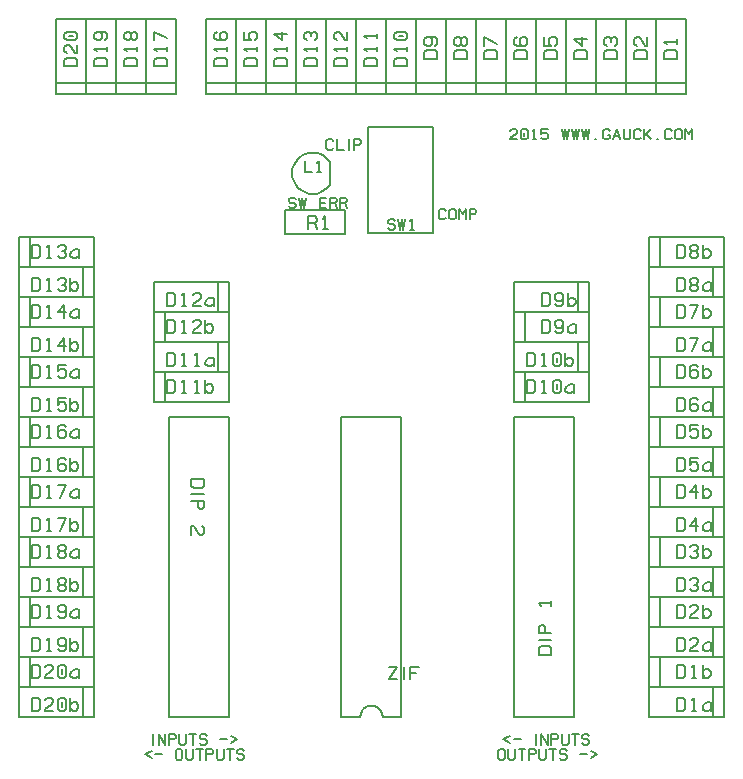
<source format=gto>
%FSTAX24Y24*%
%MOIN*%
%IN ucard20.gto *%
%ADD10C,0.0050*%
%ADD11C,0.0057*%
%ADD12C,0.0071*%
%ADD13C,0.0080*%
D13*X002753Y01663D02*G01X003753D01*Y01763D01*X001253D01*Y01663D01*
X002753D01*X001628Y01763D02*Y01663D01*X023253Y01263D02*X022253D01*
Y01163D01*X024753D01*Y01263D01*X023253D01*X024378Y01163D02*Y01263D01*
D11*X011733Y020823D02*X011676Y02088D01*X011561D01*X011504Y020823D01*
Y020594D01*X011561Y020537D01*X011676D01*X011733Y020594D01*
X011847Y02088D02*Y020537D01*X012076D01*X012247D02*Y02088D01*
X012418Y020537D02*Y02088D01*X01259D01*X012647Y020823D01*Y020766D01*
X01259Y020709D01*X012418D01*D13*X022503Y02388D02*Y02488D01*X021503D01*
Y02238D01*X022503D01*Y02388D01*X021503Y022755D02*X022503D01*
X006753Y014129D02*X005753D01*Y013129D01*X008253D01*Y014129D01*
X006753D01*X007878Y013129D02*Y014129D01*X006503Y02388D02*Y02488D01*
X005503D01*Y02238D01*X006503D01*Y02388D01*X005503Y022755D02*X006503D01*
D11*X017639Y021166D02*X017696Y021223D01*X01781D01*X017867Y021166D01*
Y021109D01*X01781Y021052D01*X017639Y020937D01*Y02088D01*X017867D01*
X01821Y021166D02*X018153Y021223D01*X018039D01*X017982Y021166D01*
Y020937D01*X018039Y02088D01*X018153D01*X01821Y020937D01*Y021166D01*
X018096Y021109D02*Y020994D01*X018382Y021166D02*X018439Y021223D01*
Y02088D01*X018496D01*X018439D02*X018382D01*X018896Y021223D02*
X018667D01*Y021052D01*X018724Y021109D01*X018839D01*X018896Y021052D01*
Y020937D01*X018839Y02088D01*X018724D01*X018667Y020937D01*
X019353Y021223D02*X01941Y02088D01*X019467Y021223D01*X019524Y02088D01*
X019582Y021223D01*X019696D02*X019753Y02088D01*X01981Y021223D01*
X019867Y02088D01*X019924Y021223D01*X020039D02*X020096Y02088D01*
X020153Y021223D01*X02021Y02088D01*X020267Y021223D01*X020467Y02088D02*
X020496D01*Y020909D01*X020467D01*Y02088D01*X020953Y021166D02*
X020896Y021223D01*X020782D01*X020724Y021166D01*Y020937D01*
X020782Y02088D01*X020896D01*X020953Y020937D01*Y021023D01*X020896D01*
X021067Y02088D02*X021182Y021223D01*X021253Y021009D01*X021296Y02088D01*
X021253Y021009D02*X02111D01*X02141Y021223D02*Y020937D01*
X021467Y02088D01*X021582D01*X021639Y020937D01*Y021223D01*
X021982Y021166D02*X021924Y021223D01*X02181D01*X021753Y021166D01*
Y020937D01*X02181Y02088D01*X021924D01*X021982Y020937D01*
X022096Y021223D02*Y020994D01*Y02088D01*Y020994D02*X022153Y021052D01*
X022324Y02088D01*X022153Y021052D02*X022324Y021223D01*X022524Y02088D02*
X022553D01*Y020909D01*X022524D01*Y02088D01*X02301Y021166D02*
X022953Y021223D01*X022839D01*X022782Y021166D01*Y020937D01*
X022839Y02088D01*X022953D01*X02301Y020937D01*X023353Y021166D02*
X023296Y021223D01*X023182D01*X023124Y021166D01*Y020937D01*
X023182Y02088D01*X023296D01*X023353Y020937D01*Y021166D01*
X023467Y02088D02*Y021223D01*X023582Y021052D01*X023696Y021223D01*
Y02088D01*X017632Y000766D02*X017403Y00088D01*X017632Y000994D01*
X017746Y00088D02*X017974D01*X018489Y000709D02*Y001052D01*
X01866Y000709D02*Y001052D01*X018889Y000709D01*Y001052D01*
X019003Y000709D02*Y001052D01*X019174D01*X019232Y000994D01*Y000937D01*
X019174Y00088D01*X019003D01*X019346Y001052D02*Y000766D01*
X019403Y000709D01*X019517D01*X019574Y000766D01*Y001052D01*
X019803Y000709D02*Y001052D01*X019917D01*X019803D02*X019689D01*
X02026Y000994D02*X020203Y001052D01*X020089D01*X020032Y000994D01*
Y000937D01*X020089Y00088D01*X020203D01*X02026Y000823D01*Y000766D01*
X020203Y000709D01*X020089D01*X020032Y000766D01*D13*X023753Y01463D02*
X024753D01*Y01563D01*X022253D01*Y01463D01*X023753D01*X022628Y01563D02*
Y01463D01*X002753Y01463D02*X003753D01*Y01563D01*X001253D01*Y01463D01*
X002753D01*X001628Y01563D02*Y01463D01*D11*X005674Y000266D02*
X005446Y00038D01*X005674Y000494D01*X005789Y00038D02*X006017D01*
X006703Y000494D02*X006646Y000552D01*X006532D01*X006474Y000494D01*
Y000266D01*X006532Y000209D01*X006646D01*X006703Y000266D01*Y000494D01*
X006817Y000552D02*Y000266D01*X006874Y000209D01*X006989D01*
X007046Y000266D01*Y000552D01*X007274Y000209D02*Y000552D01*X007389D01*
X007274D02*X00716D01*X007503Y000209D02*Y000552D01*X007674D01*
X007732Y000494D01*Y000437D01*X007674Y00038D01*X007503D01*
X007846Y000552D02*Y000266D01*X007903Y000209D01*X008017D01*
X008074Y000266D01*Y000552D01*X008303Y000209D02*Y000552D01*X008417D01*
X008303D02*X008189D01*X00876Y000494D02*X008703Y000552D01*X008589D01*
X008532Y000494D01*Y000437D01*X008589Y00038D01*X008703D01*
X00876Y000323D01*Y000266D01*X008703Y000209D01*X008589D01*
X008532Y000266D01*D13*X012503Y02388D02*Y02488D01*X011503D01*Y02238D01*
X012503D01*Y02388D01*X011503Y022755D02*X012503D01*X002253Y01663D02*
X001253D01*Y01563D01*X003753D01*Y01663D01*X002253D01*X003378Y01563D02*
Y01663D01*X002253Y01063D02*X001253D01*Y00963D01*X003753D01*Y01063D01*
X002253D01*X003378Y00963D02*Y01063D01*D11*X017453Y000494D02*
X017396Y000552D01*X017282D01*X017224Y000494D01*Y000266D01*
X017282Y000209D01*X017396D01*X017453Y000266D01*Y000494D01*
X017567Y000552D02*Y000266D01*X017624Y000209D01*X017739D01*
X017796Y000266D01*Y000552D01*X018024Y000209D02*Y000552D01*X018139D01*
X018024D02*X01791D01*X018253Y000209D02*Y000552D01*X018424D01*
X018482Y000494D01*Y000437D01*X018424Y00038D01*X018253D01*
X018596Y000552D02*Y000266D01*X018653Y000209D01*X018767D01*
X018824Y000266D01*Y000552D01*X019053Y000209D02*Y000552D01*X019167D01*
X019053D02*X018939D01*X01951Y000494D02*X019453Y000552D01*X019339D01*
X019282Y000494D01*Y000437D01*X019339Y00038D01*X019453D01*
X01951Y000323D01*Y000266D01*X019453Y000209D01*X019339D01*
X019282Y000266D01*X019967Y00038D02*X020196D01*X02031Y000266D02*
X020539Y00038D01*X02031Y000494D01*X005739Y000709D02*Y001052D01*
X00591Y000709D02*Y001052D01*X006139Y000709D01*Y001052D01*
X006253Y000709D02*Y001052D01*X006424D01*X006482Y000994D01*Y000937D01*
X006424Y00088D01*X006253D01*X006596Y001052D02*Y000766D01*
X006653Y000709D01*X006767D01*X006824Y000766D01*Y001052D01*
X007053Y000709D02*Y001052D01*X007167D01*X007053D02*X006939D01*
X00751Y000994D02*X007453Y001052D01*X007339D01*X007282Y000994D01*
Y000937D01*X007339Y00088D01*X007453D01*X00751Y000823D01*Y000766D01*
X007453Y000709D01*X007339D01*X007282Y000766D01*X007967Y00088D02*
X008196D01*X00831Y000766D02*X008539Y00088D01*X00831Y000994D01*D13*
X023753Y01063D02*X024753D01*Y01163D01*X022253D01*Y01063D01*X023753D01*
X022628Y01163D02*Y01063D01*X023253D02*X022253D01*Y00963D01*X024753D01*
Y01063D01*X023253D01*X024378Y00963D02*Y01063D01*X015503Y02388D02*
Y02488D01*X014503D01*Y02238D01*X015503D01*Y02388D01*X014503Y022755D02*
X015503D01*X019503Y02388D02*Y02488D01*X018503D01*Y02238D01*X019503D01*
Y02388D01*X018503Y022755D02*X019503D01*X002753Y00663D02*X003753D01*
Y00763D01*X001253D01*Y00663D01*X002753D01*X001628Y00763D02*Y00663D01*
D11*X010476Y01888D02*X010418Y018937D01*X010304D01*X010247Y01888D01*
Y018823D01*X010304Y018766D01*X010418D01*X010476Y018709D01*Y018652D01*
X010418Y018594D01*X010304D01*X010247Y018652D01*X01059Y018937D02*
X010647Y018594D01*X010704Y018937D01*X010761Y018594D01*
X010818Y018937D01*X011504D02*X011276D01*Y018766D01*Y018594D01*
X011504D01*X011276Y018766D02*X011447D01*X011618Y018594D02*Y018937D01*
X01179D01*X011847Y01888D01*Y018823D01*X01179Y018766D01*
X011847Y018594D01*X01179Y018766D02*X011618D01*X011961Y018594D02*
Y018937D01*X012133D01*X01219Y01888D01*Y018823D01*X012133Y018766D01*
X01219Y018594D01*X012133Y018766D02*X011961D01*X015476Y018505D02*
X015418Y018562D01*X015304D01*X015247Y018505D01*Y018277D01*
X015304Y018219D01*X015418D01*X015476Y018277D01*X015818Y018505D02*
X015761Y018562D01*X015647D01*X01559Y018505D01*Y018277D01*
X015647Y018219D01*X015761D01*X015818Y018277D01*Y018505D01*
X015933Y018219D02*Y018562D01*X016047Y018391D01*X016161Y018562D01*
Y018219D01*X016276D02*Y018562D01*X016447D01*X016504Y018505D01*
Y018448D01*X016447Y018391D01*X016276D01*D13*X004503Y02388D02*Y02488D01*
X003503D01*Y02238D01*X004503D01*Y02388D01*X003503Y022755D02*X004503D01*
X023753Y00463D02*X024753D01*Y00563D01*X022253D01*Y00463D01*X023753D01*
X022628Y00563D02*Y00463D01*X023253Y01463D02*X022253D01*Y01363D01*
X024753D01*Y01463D01*X023253D01*X024378Y01363D02*Y01463D01*
X010503Y02388D02*Y02488D01*X009503D01*Y02238D01*X010503D01*Y02388D01*
X009503Y022755D02*X010503D01*D10*X017753Y00163D02*Y01163D01*X019753D01*
Y00163D01*X017753D01*X008253Y01163D02*Y00163D01*X006253D01*Y01163D01*
X008253D01*D13*X018503Y02388D02*Y02488D01*X017503D01*Y02238D01*
X018503D01*Y02388D01*X017503Y022755D02*X018503D01*X018753Y016129D02*
X017753D01*Y015129D01*X020253D01*Y016129D01*X018753D01*
X019878Y015129D02*Y016129D01*X002253Y00663D02*X001253D01*Y00563D01*
X003753D01*Y00663D01*X002253D01*X003378Y00563D02*Y00663D01*
X007253Y012129D02*X008253D01*Y013129D01*X005753D01*Y012129D01*
X007253D01*X006128Y013129D02*Y012129D01*X019253Y014129D02*X020253D01*
Y015129D01*X017753D01*Y014129D01*X019253D01*X018128Y015129D02*
Y014129D01*X002253Y00263D02*X001253D01*Y00163D01*X003753D01*Y00263D01*
X002253D01*X003378Y00163D02*Y00263D01*X019253Y012129D02*X020253D01*
Y013129D01*X017753D01*Y012129D01*X019253D01*X018128Y013129D02*
Y012129D01*X018753Y014129D02*X017753D01*Y013129D01*X020253D01*
Y014129D01*X018753D01*X019878Y013129D02*Y014129D01*X008503Y02388D02*
Y02488D01*X007503D01*Y02238D01*X008503D01*Y02388D01*X007503Y022755D02*
X008503D01*X005503Y02388D02*Y02488D01*X004503D01*Y02238D01*X005503D01*
Y02388D01*X004503Y022755D02*X005503D01*X002253Y01263D02*X001253D01*
Y01163D01*X003753D01*Y01263D01*X002253D01*X003378Y01163D02*Y01263D01*
X002753D02*X003753D01*Y01363D01*X001253D01*Y01263D01*X002753D01*
X001628Y01363D02*Y01263D01*X013503Y02388D02*Y02488D01*X012503D01*
Y02238D01*X013503D01*Y02388D01*X012503Y022755D02*X013503D01*
X002753Y00863D02*X003753D01*Y00963D01*X001253D01*Y00863D01*X002753D01*
X001628Y00963D02*Y00863D01*X017503Y02388D02*Y02488D01*X016503D01*
Y02238D01*X017503D01*Y02388D01*X016503Y022755D02*X017503D01*
X002753Y01063D02*X003753D01*Y01163D01*X001253D01*Y01063D01*X002753D01*
X001628Y01163D02*Y01063D01*X021503Y02388D02*Y02488D01*X020503D01*
Y02238D01*X021503D01*Y02388D01*X020503Y022755D02*X021503D01*D10*
X012003Y00163D02*Y01163D01*X014003D01*Y00163D01*X013378D01*
X013365Y001727D01*X013328Y001818D01*X013268Y001895D01*X01319Y001955D01*
X0131Y001992D01*X013003Y002005D01*X012906Y001992D01*X012815Y001955D01*
X012738Y001895D01*X012678Y001818D01*X012641Y001727D01*X012628Y00163D01*
X012003D01*D13*X002253Y00863D02*X001253D01*Y00763D01*X003753D01*
Y00863D01*X002253D01*X003378Y00763D02*Y00863D01*X014503Y02388D02*
Y02488D01*X013503D01*Y02238D01*X014503D01*Y02388D01*X013503Y022755D02*
X014503D01*X016503Y02388D02*Y02488D01*X015503D01*Y02238D01*X016503D01*
Y02388D01*X015503Y022755D02*X016503D01*X023503Y02388D02*Y02488D01*
X022503D01*Y02238D01*X023503D01*Y02388D01*X022503Y022755D02*X023503D01*
D10*X01121Y017739D02*X012109Y017735D01*Y018519D01*X010137D01*
Y017739D01*X01121D01*X012896Y019521D02*Y017749D01*X015061D01*
Y021292D01*X012896D01*Y019521D01*X011049Y020442D02*X011183Y020429D01*
X011313Y02039D01*X011432Y020326D01*X011536Y02024D01*X011622Y020136D01*
Y019371D01*X011536Y019266D01*X011432Y01918D01*X011313Y019117D01*
X011183Y019078D01*X011049Y019064D01*X010915Y019078D01*
X010785Y019117D01*X010666Y01918D01*X010562Y019266D01*X010476Y019371D01*
X010412Y01949D01*X010373Y019619D01*X01036Y019753D01*X010373Y019888D01*
X010412Y020017D01*X010476Y020136D01*X010562Y02024D01*X010666Y020326D01*
X010785Y02039D01*X010915Y020429D01*X011049Y020442D01*D13*
X023253Y00863D02*X022253D01*Y00763D01*X024753D01*Y00863D01*X023253D01*
X024378Y00763D02*Y00863D01*X006753Y016129D02*X005753D01*Y015129D01*
X008253D01*Y016129D01*X006753D01*X007878Y015129D02*Y016129D01*
X023753Y01663D02*X024753D01*Y01763D01*X022253D01*Y01663D01*X023753D01*
X022628Y01763D02*Y01663D01*X023753Y00263D02*X024753D01*Y00363D01*
X022253D01*Y00263D01*X023753D01*X022628Y00363D02*Y00263D01*
X002253Y00463D02*X001253D01*Y00363D01*X003753D01*Y00463D01*X002253D01*
X003378Y00363D02*Y00463D01*X023253Y00263D02*X022253D01*Y00163D01*
X024753D01*Y00263D01*X023253D01*X024378Y00163D02*Y00263D01*
X003503Y02388D02*Y02488D01*X002503D01*Y02238D01*X003503D01*Y02388D01*
X002503Y022755D02*X003503D01*X023253Y01663D02*X022253D01*Y01563D01*
X024753D01*Y01663D01*X023253D01*X024378Y01563D02*Y01663D01*
X002253Y01463D02*X001253D01*Y01363D01*X003753D01*Y01463D01*X002253D01*
X003378Y01363D02*Y01463D01*X023253Y00663D02*X022253D01*Y00563D01*
X024753D01*Y00663D01*X023253D01*X024378Y00563D02*Y00663D01*X023753D02*
X024753D01*Y00763D01*X022253D01*Y00663D01*X023753D01*X022628Y00763D02*
Y00663D01*X023753Y01263D02*X024753D01*Y01363D01*X022253D01*Y01263D01*
X023753D01*X022628Y01363D02*Y01263D01*X002753Y00463D02*X003753D01*
Y00563D01*X001253D01*Y00463D01*X002753D01*X001628Y00563D02*Y00463D01*
X007253Y014129D02*X008253D01*Y015129D01*X005753D01*Y014129D01*
X007253D01*X006128Y015129D02*Y014129D01*X002753Y00263D02*X003753D01*
Y00363D01*X001253D01*Y00263D01*X002753D01*X001628Y00363D02*Y00263D01*
X020503Y02388D02*Y02488D01*X019503D01*Y02238D01*X020503D01*Y02388D01*
X019503Y022755D02*X020503D01*X023753Y00863D02*X024753D01*Y00963D01*
X022253D01*Y00863D01*X023753D01*X022628Y00963D02*Y00863D01*
X009503Y02388D02*Y02488D01*X008503D01*Y02238D01*X009503D01*Y02388D01*
X008503Y022755D02*X009503D01*X023253Y00463D02*X022253D01*Y00363D01*
X024753D01*Y00463D01*X023253D01*X024378Y00363D02*Y00463D01*
X011503Y02388D02*Y02488D01*X010503D01*Y02238D01*X011503D01*Y02388D01*
X010503Y022755D02*X011503D01*D12*X00197Y017291D02*X001899Y017362D01*
X001684D01*Y016934D01*X001899D01*X00197Y017005D01*Y017291D01*
X002184D02*X002256Y017362D01*Y016934D01*X002327D01*X002256D02*
X002184D01*X002542Y017291D02*X002613Y017362D01*X002756D01*
X002827Y017291D01*Y017219D01*X002756Y017148D01*X002827Y017077D01*
Y017005D01*X002756Y016934D01*X002613D01*X002542Y017005D01*
X002756Y017148D02*X002684D01*X003256Y016934D02*Y017219D01*
X00297Y017027D02*X002995Y017116D01*X003034Y017177D01*X003084Y017209D01*
X00312Y017219D01*X003149D01*X003199D01*X003256Y017191D01*
X00297Y017023D02*Y017002D01*X002974Y016987D01*X002984Y016969D01*
X003009Y016955D01*X003059Y016934D01*X003138D01*X003213Y016966D01*
X003256Y017005D01*X02347Y012184D02*X023399Y012255D01*X023184D01*
Y011826D01*X023399D01*X02347Y011898D01*Y012184D01*X023899D02*
X023827Y012255D01*X023684D01*X023613Y012184D01*Y011898D01*
X023684Y011826D01*X023827D01*X023899Y011898D01*Y012005D01*
X023827Y012076D01*X023684D01*X023613Y012005D01*X024327Y011826D02*
Y012112D01*X024042Y011919D02*X024067Y012009D01*X024106Y012069D01*
X024156Y012101D01*X024192Y012112D01*X02422D01*X02427D01*
X024327Y012084D01*X024042Y011916D02*Y011894D01*X024045Y01188D01*
X024056Y011862D01*X024081Y011848D01*X024131Y011826D01*X024209D01*
X024284Y011859D01*X024327Y011898D01*X021842Y02386D02*X021771Y023788D01*
Y023574D01*X022199D01*Y023788D01*X022128Y02386D01*X021842D01*
Y024002D02*X021771Y024074D01*Y024217D01*X021842Y024288D01*X021914D01*
X021985Y024217D01*X022128Y024002D01*X022199D01*Y024288D01*
X00647Y013683D02*X006399Y013754D01*X006184D01*Y013325D01*X006399D01*
X00647Y013397D01*Y013683D01*X006684D02*X006756Y013754D01*Y013325D01*
X006827D01*X006756D02*X006684D01*X007113Y013683D02*X007184Y013754D01*
Y013325D01*X007256D01*X007184D02*X007113D01*X007756D02*Y013611D01*
X00747Y013418D02*X007495Y013508D01*X007534Y013568D01*X007584Y0136D01*
X00762Y013611D01*X007649D01*X007699D01*X007756Y013583D01*
X00747Y013415D02*Y013393D01*X007474Y013379D01*X007484Y013361D01*
X007509Y013347D01*X007559Y013325D01*X007638D01*X007713Y013358D01*
X007756Y013397D01*X005842Y02361D02*X005771Y023538D01*Y023324D01*
X006199D01*Y023538D01*X006128Y02361D01*X005842D01*Y023824D02*
X005771Y023895D01*X006199D01*Y023967D01*Y023895D02*Y023824D01*
X005771Y024181D02*Y024467D01*X006199Y024252D01*X02347Y015291D02*
X023399Y015362D01*X023184D01*Y014934D01*X023399D01*X02347Y015005D01*
Y015291D01*X023613Y015362D02*X023899D01*X023684Y014934D01*
X024042Y015362D02*Y014934D01*Y015023D02*X024131Y014934D01*X02422D01*
X024309Y015023D01*Y01513D01*X02422Y015219D01*X024131D01*
X024042Y015148D01*X00197Y015291D02*X001899Y015362D01*X001684D01*
Y014934D01*X001899D01*X00197Y015005D01*Y015291D01*X002184D02*
X002256Y015362D01*Y014934D01*X002327D01*X002256D02*X002184D01*
X002756D02*Y015362D01*X002542Y015112D01*X002827D01*X003256Y014934D02*
Y015219D01*X00297Y015027D02*X002995Y015116D01*X003034Y015177D01*
X003084Y015209D01*X00312Y015219D01*X003149D01*X003199D01*
X003256Y015191D01*X00297Y015023D02*Y015002D01*X002974Y014987D01*
X002984Y014969D01*X003009Y014955D01*X003059Y014934D01*X003138D01*
X003213Y014966D01*X003256Y015005D01*X011842Y02361D02*X011771Y023538D01*
Y023324D01*X012199D01*Y023538D01*X012128Y02361D01*X011842D01*
Y023824D02*X011771Y023895D01*X012199D01*Y023967D01*Y023895D02*
Y023824D01*X011842Y024181D02*X011771Y024252D01*Y024395D01*
X011842Y024467D01*X011914D01*X011985Y024395D01*X012128Y024181D01*
X012199D01*Y024467D01*X00197Y016184D02*X001899Y016255D01*X001684D01*
Y015826D01*X001899D01*X00197Y015898D01*Y016184D01*X002184D02*
X002256Y016255D01*Y015826D01*X002327D01*X002256D02*X002184D01*
X002542Y016184D02*X002613Y016255D01*X002756D01*X002827Y016184D01*
Y016112D01*X002756Y016041D01*X002827Y015969D01*Y015898D01*
X002756Y015826D01*X002613D01*X002542Y015898D01*X002756Y016041D02*
X002684D01*X00297Y016255D02*Y015826D01*Y015916D02*X003059Y015826D01*
X003149D01*X003238Y015916D01*Y016023D01*X003149Y016112D01*X003059D01*
X00297Y016041D01*X00197Y010184D02*X001899Y010255D01*X001684D01*
Y009826D01*X001899D01*X00197Y009898D01*Y010184D01*X002184D02*
X002256Y010255D01*Y009826D01*X002327D01*X002256D02*X002184D01*
X002827Y010184D02*X002756Y010255D01*X002613D01*X002542Y010184D01*
Y009898D01*X002613Y009826D01*X002756D01*X002827Y009898D01*Y010005D01*
X002756Y010076D01*X002613D01*X002542Y010005D01*X00297Y010255D02*
Y009826D01*Y009916D02*X003059Y009826D01*X003149D01*X003238Y009916D01*
Y010023D01*X003149Y010112D01*X003059D01*X00297Y010041D01*
X02347Y011291D02*X023399Y011362D01*X023184D01*Y010934D01*X023399D01*
X02347Y011005D01*Y011291D01*X023899Y011362D02*X023613D01*Y011148D01*
X023684Y011219D01*X023827D01*X023899Y011148D01*Y011005D01*
X023827Y010934D01*X023684D01*X023613Y011005D01*X024042Y011362D02*
Y010934D01*Y011023D02*X024131Y010934D01*X02422D01*X024309Y011023D01*
Y01113D01*X02422Y011219D01*X024131D01*X024042Y011148D01*
X02347Y010184D02*X023399Y010255D01*X023184D01*Y009826D01*X023399D01*
X02347Y009898D01*Y010184D01*X023899Y010255D02*X023613D01*Y010041D01*
X023684Y010112D01*X023827D01*X023899Y010041D01*Y009898D01*
X023827Y009826D01*X023684D01*X023613Y009898D01*X024327Y009826D02*
Y010112D01*X024042Y009919D02*X024067Y010009D01*X024106Y010069D01*
X024156Y010101D01*X024192Y010112D01*X02422D01*X02427D01*
X024327Y010084D01*X024042Y009916D02*Y009894D01*X024045Y00988D01*
X024056Y009862D01*X024081Y009848D01*X024131Y009826D01*X024209D01*
X024284Y009859D01*X024327Y009898D01*X014842Y02386D02*X014771Y023788D01*
Y023574D01*X015199D01*Y023788D01*X015128Y02386D01*X014842D01*
X015128Y024002D02*X015199Y024074D01*Y024217D01*X015128Y024288D01*
X014842D01*X014771Y024217D01*Y024074D01*X014842Y024002D01*X014949D01*
X015021Y024074D01*Y024217D01*X014949Y024288D01*X018842Y02386D02*
X018771Y023788D01*Y023574D01*X019199D01*Y023788D01*X019128Y02386D01*
X018842D01*X018771Y024288D02*Y024002D01*X018985D01*X018914Y024074D01*
Y024217D01*X018985Y024288D01*X019128D01*X019199Y024217D01*Y024074D01*
X019128Y024002D01*X00197Y007291D02*X001899Y007362D01*X001684D01*
Y006934D01*X001899D01*X00197Y007005D01*Y007291D01*X002184D02*
X002256Y007362D01*Y006934D01*X002327D01*X002256D02*X002184D01*
X002756Y007148D02*X002827Y007219D01*Y007291D01*X002756Y007362D01*
X002613D01*X002542Y007291D01*Y007219D01*X002613Y007148D01*X002756D01*
X002827Y007077D01*Y007005D01*X002756Y006934D01*X002613D01*
X002542Y007005D01*Y007077D01*X002613Y007148D01*X003256Y006934D02*
Y007219D01*X00297Y007027D02*X002995Y007116D01*X003034Y007177D01*
X003084Y007209D01*X00312Y007219D01*X003149D01*X003199D01*
X003256Y007191D01*X00297Y007023D02*Y007002D01*X002974Y006987D01*
X002984Y006969D01*X003009Y006955D01*X003059Y006934D01*X003138D01*
X003213Y006966D01*X003256Y007005D01*X003842Y02361D02*X003771Y023538D01*
Y023324D01*X004199D01*Y023538D01*X004128Y02361D01*X003842D01*
Y023824D02*X003771Y023895D01*X004199D01*Y023967D01*Y023895D02*
Y023824D01*X004128Y024181D02*X004199Y024252D01*Y024395D01*
X004128Y024467D01*X003842D01*X003771Y024395D01*Y024252D01*
X003842Y024181D01*X003949D01*X004021Y024252D01*Y024395D01*
X003949Y024467D01*X02347Y005291D02*X023399Y005362D01*X023184D01*
Y004934D01*X023399D01*X02347Y005005D01*Y005291D01*X023613D02*
X023684Y005362D01*X023827D01*X023899Y005291D01*Y005219D01*
X023827Y005148D01*X023613Y005005D01*Y004934D01*X023899D01*
X024042Y005362D02*Y004934D01*Y005023D02*X024131Y004934D01*X02422D01*
X024309Y005023D01*Y00513D01*X02422Y005219D01*X024131D01*
X024042Y005148D01*X02347Y014184D02*X023399Y014255D01*X023184D01*
Y013826D01*X023399D01*X02347Y013898D01*Y014184D01*X023613Y014255D02*
X023899D01*X023684Y013826D01*X024327D02*Y014112D01*X024042Y013919D02*
X024067Y014009D01*X024106Y014069D01*X024156Y014101D01*
X024192Y014112D01*X02422D01*X02427D01*X024327Y014084D01*
X024042Y013916D02*Y013894D01*X024045Y01388D01*X024056Y013862D01*
X024081Y013848D01*X024131Y013826D01*X024209D01*X024284Y013859D01*
X024327Y013898D01*X009842Y02361D02*X009771Y023538D01*Y023324D01*
X010199D01*Y023538D01*X010128Y02361D01*X009842D01*Y023824D02*
X009771Y023895D01*X010199D01*Y023967D01*Y023895D02*Y023824D01*
Y024395D02*X009771D01*X010021Y024181D01*Y024467D01*X018646Y003987D02*
X018574Y003916D01*Y003702D01*X019003D01*Y003916D01*X018932Y003987D01*
X018646D01*X019003Y004202D02*X018574D01*X019003Y004416D02*X018574D01*
Y00463D01*X018646Y004702D01*X018717D01*X018789Y00463D01*Y004416D01*
X018646Y005344D02*X018574Y005416D01*X019003D01*Y005487D01*Y005416D02*
Y005344D01*X00736Y009273D02*X007432Y009344D01*Y009559D01*X007003D01*
Y009344D01*X007074Y009273D01*X00736D01*X007003Y009059D02*X007432D01*
X007003Y008844D02*X007432D01*Y00863D01*X00736Y008559D01*X007289D01*
X007217Y00863D01*Y008844D01*X00736Y007987D02*X007432Y007916D01*
Y007773D01*X00736Y007702D01*X007289D01*X007217Y007773D01*
X007074Y007987D01*X007003D01*Y007702D01*X017842Y02386D02*
X017771Y023788D01*Y023574D01*X018199D01*Y023788D01*X018128Y02386D01*
X017842D01*Y024288D02*X017771Y024217D01*Y024074D01*X017842Y024002D01*
X018128D01*X018199Y024074D01*Y024217D01*X018128Y024288D01*X018021D01*
X017949Y024217D01*Y024074D01*X018021Y024002D01*X01897Y015683D02*
X018899Y015754D01*X018684D01*Y015325D01*X018899D01*X01897Y015397D01*
Y015683D01*X019113Y015397D02*X019184Y015325D01*X019327D01*
X019399Y015397D01*Y015683D01*X019327Y015754D01*X019184D01*
X019113Y015683D01*Y015575D01*X019184Y015504D01*X019327D01*
X019399Y015575D01*X019542Y015754D02*Y015325D01*Y015415D02*
X019631Y015325D01*X01972D01*X019809Y015415D01*Y015522D01*
X01972Y015611D01*X019631D01*X019542Y01554D01*X00197Y006184D02*
X001899Y006255D01*X001684D01*Y005826D01*X001899D01*X00197Y005898D01*
Y006184D01*X002184D02*X002256Y006255D01*Y005826D01*X002327D01*
X002256D02*X002184D01*X002756Y006041D02*X002827Y006112D01*Y006184D01*
X002756Y006255D01*X002613D01*X002542Y006184D01*Y006112D01*
X002613Y006041D01*X002756D01*X002827Y005969D01*Y005898D01*
X002756Y005826D01*X002613D01*X002542Y005898D01*Y005969D01*
X002613Y006041D01*X00297Y006255D02*Y005826D01*Y005916D02*
X003059Y005826D01*X003149D01*X003238Y005916D01*Y006023D01*
X003149Y006112D01*X003059D01*X00297Y006041D01*X00647Y01279D02*
X006399Y012861D01*X006184D01*Y012433D01*X006399D01*X00647Y012504D01*
Y01279D01*X006684D02*X006756Y012861D01*Y012433D01*X006827D01*
X006756D02*X006684D01*X007113Y01279D02*X007184Y012861D01*Y012433D01*
X007256D01*X007184D02*X007113D01*X00747Y012861D02*Y012433D01*
Y012522D02*X007559Y012433D01*X007649D01*X007738Y012522D01*Y012629D01*
X007649Y012718D01*X007559D01*X00747Y012647D01*X01897Y01479D02*
X018899Y014861D01*X018684D01*Y014433D01*X018899D01*X01897Y014504D01*
Y01479D01*X019113Y014504D02*X019184Y014433D01*X019327D01*
X019399Y014504D01*Y01479D01*X019327Y014861D01*X019184D01*
X019113Y01479D01*Y014683D01*X019184Y014611D01*X019327D01*
X019399Y014683D01*X019827Y014433D02*Y014718D01*X019542Y014526D02*
X019567Y014615D01*X019606Y014676D01*X019656Y014708D01*
X019692Y014718D01*X01972D01*X01977D01*X019827Y01469D01*
X019542Y014522D02*Y014501D01*X019545Y014486D01*X019556Y014468D01*
X019581Y014454D01*X019631Y014433D01*X019709D01*X019784Y014465D01*
X019827Y014504D01*X00197Y002184D02*X001899Y002255D01*X001684D01*
Y001826D01*X001899D01*X00197Y001898D01*Y002184D01*X002113D02*
X002184Y002255D01*X002327D01*X002399Y002184D01*Y002112D01*
X002327Y002041D01*X002113Y001898D01*Y001826D01*X002399D01*
X002827Y002184D02*X002756Y002255D01*X002613D01*X002542Y002184D01*
Y001898D01*X002613Y001826D01*X002756D01*X002827Y001898D01*Y002184D01*
X002684Y002112D02*Y001969D01*X00297Y002255D02*Y001826D01*Y001916D02*
X003059Y001826D01*X003149D01*X003238Y001916D01*Y002023D01*
X003149Y002112D01*X003059D01*X00297Y002041D01*X01847Y01279D02*
X018399Y012861D01*X018184D01*Y012433D01*X018399D01*X01847Y012504D01*
Y01279D01*X018684D02*X018756Y012861D01*Y012433D01*X018827D01*
X018756D02*X018684D01*X019327Y01279D02*X019256Y012861D01*X019113D01*
X019042Y01279D01*Y012504D01*X019113Y012433D01*X019256D01*
X019327Y012504D01*Y01279D01*X019184Y012718D02*Y012576D01*
X019756Y012433D02*Y012718D01*X01947Y012526D02*X019495Y012615D01*
X019534Y012676D01*X019584Y012708D01*X01962Y012718D01*X019649D01*
X019699D01*X019756Y01269D01*X01947Y012522D02*Y012501D01*
X019474Y012486D01*X019484Y012468D01*X019509Y012454D01*
X019559Y012433D01*X019638D01*X019713Y012465D01*X019756Y012504D01*
X01847Y013683D02*X018399Y013754D01*X018184D01*Y013325D01*X018399D01*
X01847Y013397D01*Y013683D01*X018684D02*X018756Y013754D01*Y013325D01*
X018827D01*X018756D02*X018684D01*X019327Y013683D02*X019256Y013754D01*
X019113D01*X019042Y013683D01*Y013397D01*X019113Y013325D01*X019256D01*
X019327Y013397D01*Y013683D01*X019184Y013611D02*Y013468D01*
X01947Y013754D02*Y013325D01*Y013415D02*X019559Y013325D01*X019649D01*
X019738Y013415D01*Y013522D01*X019649Y013611D01*X019559D01*
X01947Y01354D01*X007842Y02361D02*X007771Y023538D01*Y023324D01*
X008199D01*Y023538D01*X008128Y02361D01*X007842D01*Y023824D02*
X007771Y023895D01*X008199D01*Y023967D01*Y023895D02*Y023824D01*
X007842Y024467D02*X007771Y024395D01*Y024252D01*X007842Y024181D01*
X008128D01*X008199Y024252D01*Y024395D01*X008128Y024467D01*X008021D01*
X007949Y024395D01*Y024252D01*X008021Y024181D01*X004842Y02361D02*
X004771Y023538D01*Y023324D01*X005199D01*Y023538D01*X005128Y02361D01*
X004842D01*Y023824D02*X004771Y023895D01*X005199D01*Y023967D01*
Y023895D02*Y023824D01*X004985Y024395D02*X004914Y024467D01*X004842D01*
X004771Y024395D01*Y024252D01*X004842Y024181D01*X004914D01*
X004985Y024252D01*Y024395D01*X005056Y024467D01*X005128D01*
X005199Y024395D01*Y024252D01*X005128Y024181D01*X005056D01*
X004985Y024252D01*X00197Y012184D02*X001899Y012255D01*X001684D01*
Y011826D01*X001899D01*X00197Y011898D01*Y012184D01*X002184D02*
X002256Y012255D01*Y011826D01*X002327D01*X002256D02*X002184D01*
X002827Y012255D02*X002542D01*Y012041D01*X002613Y012112D01*X002756D01*
X002827Y012041D01*Y011898D01*X002756Y011826D01*X002613D01*
X002542Y011898D01*X00297Y012255D02*Y011826D01*Y011916D02*
X003059Y011826D01*X003149D01*X003238Y011916D01*Y012023D01*
X003149Y012112D01*X003059D01*X00297Y012041D01*X00197Y013291D02*
X001899Y013362D01*X001684D01*Y012934D01*X001899D01*X00197Y013005D01*
Y013291D01*X002184D02*X002256Y013362D01*Y012934D01*X002327D01*
X002256D02*X002184D01*X002827Y013362D02*X002542D01*Y013148D01*
X002613Y013219D01*X002756D01*X002827Y013148D01*Y013005D01*
X002756Y012934D01*X002613D01*X002542Y013005D01*X003256Y012934D02*
Y013219D01*X00297Y013027D02*X002995Y013116D01*X003034Y013177D01*
X003084Y013209D01*X00312Y013219D01*X003149D01*X003199D01*
X003256Y013191D01*X00297Y013023D02*Y013002D01*X002974Y012987D01*
X002984Y012969D01*X003009Y012955D01*X003059Y012934D01*X003138D01*
X003213Y012966D01*X003256Y013005D01*X012842Y02361D02*X012771Y023538D01*
Y023324D01*X013199D01*Y023538D01*X013128Y02361D01*X012842D01*
Y023824D02*X012771Y023895D01*X013199D01*Y023967D01*Y023895D02*
Y023824D01*X012842Y024252D02*X012771Y024324D01*X013199D01*Y024395D01*
Y024324D02*Y024252D01*X00197Y009291D02*X001899Y009362D01*X001684D01*
Y008934D01*X001899D01*X00197Y009005D01*Y009291D01*X002184D02*
X002256Y009362D01*Y008934D01*X002327D01*X002256D02*X002184D01*
X002542Y009362D02*X002827D01*X002613Y008934D01*X003256D02*Y009219D01*
X00297Y009027D02*X002995Y009116D01*X003034Y009177D01*X003084Y009209D01*
X00312Y009219D01*X003149D01*X003199D01*X003256Y009191D01*
X00297Y009023D02*Y009002D01*X002974Y008987D01*X002984Y008969D01*
X003009Y008955D01*X003059Y008934D01*X003138D01*X003213Y008966D01*
X003256Y009005D01*X016842Y02386D02*X016771Y023788D01*Y023574D01*
X017199D01*Y023788D01*X017128Y02386D01*X016842D01*X016771Y024002D02*
Y024288D01*X017199Y024074D01*X00197Y011291D02*X001899Y011362D01*
X001684D01*Y010934D01*X001899D01*X00197Y011005D01*Y011291D01*
X002184D02*X002256Y011362D01*Y010934D01*X002327D01*X002256D02*
X002184D01*X002827Y011291D02*X002756Y011362D01*X002613D01*
X002542Y011291D01*Y011005D01*X002613Y010934D01*X002756D01*
X002827Y011005D01*Y011112D01*X002756Y011184D01*X002613D01*
X002542Y011112D01*X003256Y010934D02*Y011219D01*X00297Y011027D02*
X002995Y011116D01*X003034Y011177D01*X003084Y011209D01*X00312Y011219D01*
X003149D01*X003199D01*X003256Y011191D01*X00297Y011023D02*Y011002D01*
X002974Y010987D01*X002984Y010969D01*X003009Y010955D01*
X003059Y010934D01*X003138D01*X003213Y010966D01*X003256Y011005D01*
X020842Y02386D02*X020771Y023788D01*Y023574D01*X021199D01*Y023788D01*
X021128Y02386D01*X020842D01*Y024002D02*X020771Y024074D01*Y024217D01*
X020842Y024288D01*X020914D01*X020985Y024217D01*X021056Y024288D01*
X021128D01*X021199Y024217D01*Y024074D01*X021128Y024002D01*
X020985Y024217D02*Y024145D01*X013574Y003309D02*X01386D01*
X013574Y00288D01*X01386D01*X014074D02*Y003309D01*X014574D02*X014289D01*
Y003094D01*Y00288D01*Y003094D02*X014503D01*X00197Y008184D02*
X001899Y008255D01*X001684D01*Y007826D01*X001899D01*X00197Y007898D01*
Y008184D01*X002184D02*X002256Y008255D01*Y007826D01*X002327D01*
X002256D02*X002184D01*X002542Y008255D02*X002827D01*X002613Y007826D01*
X00297Y008255D02*Y007826D01*Y007916D02*X003059Y007826D01*X003149D01*
X003238Y007916D01*Y008023D01*X003149Y008112D01*X003059D01*
X00297Y008041D01*X013842Y02361D02*X013771Y023538D01*Y023324D01*
X014199D01*Y023538D01*X014128Y02361D01*X013842D01*Y023824D02*
X013771Y023895D01*X014199D01*Y023967D01*Y023895D02*Y023824D01*
X013842Y024467D02*X013771Y024395D01*Y024252D01*X013842Y024181D01*
X014128D01*X014199Y024252D01*Y024395D01*X014128Y024467D01*X013842D01*
X013914Y024324D02*X014056D01*X015842Y02386D02*X015771Y023788D01*
Y023574D01*X016199D01*Y023788D01*X016128Y02386D01*X015842D01*
X015985Y024217D02*X015914Y024288D01*X015842D01*X015771Y024217D01*
Y024074D01*X015842Y024002D01*X015914D01*X015985Y024074D01*Y024217D01*
X016056Y024288D01*X016128D01*X016199Y024217D01*Y024074D01*
X016128Y024002D01*X016056D01*X015985Y024074D01*X022842Y02386D02*
X022771Y023788D01*Y023574D01*X023199D01*Y023788D01*X023128Y02386D01*
X022842D01*Y024074D02*X022771Y024145D01*X023199D01*Y024217D01*
Y024145D02*Y024074D01*X010901Y017886D02*Y018315D01*X011115D01*
X011187Y018243D01*Y018172D01*X011115Y0181D01*X011187Y017886D01*
X011115Y0181D02*X010901D01*X011401Y018243D02*X011473Y018315D01*
Y017886D01*X011544D01*X011473D02*X011401D01*D11*X013781Y01816D02*
X013724Y018217D01*X01361D01*X013553Y01816D01*Y018103D01*
X01361Y018046D01*X013724D01*X013781Y017988D01*Y017931D01*
X013724Y017874D01*X01361D01*X013553Y017931D01*X013896Y018217D02*
X013953Y017874D01*X01401Y018217D01*X014067Y017874D01*X014124Y018217D01*
X014296Y01816D02*X014353Y018217D01*Y017874D01*X01441D01*X014353D02*
X014296D01*X010795Y020148D02*Y019805D01*X011024D01*X011195Y020091D02*
X011252Y020148D01*Y019805D01*X011309D01*X011252D02*X011195D01*D12*
X02347Y008184D02*X023399Y008255D01*X023184D01*Y007826D01*X023399D01*
X02347Y007898D01*Y008184D01*X023827Y007826D02*Y008255D01*
X023613Y008005D01*X023899D01*X024327Y007826D02*Y008112D01*
X024042Y007919D02*X024067Y008009D01*X024106Y008069D01*
X024156Y008101D01*X024192Y008112D01*X02422D01*X02427D01*
X024327Y008084D01*X024042Y007916D02*Y007894D01*X024045Y00788D01*
X024056Y007862D01*X024081Y007848D01*X024131Y007826D01*X024209D01*
X024284Y007859D01*X024327Y007898D01*X00647Y015683D02*X006399Y015754D01*
X006184D01*Y015325D01*X006399D01*X00647Y015397D01*Y015683D01*
X006684D02*X006756Y015754D01*Y015325D01*X006827D01*X006756D02*
X006684D01*X007042Y015683D02*X007113Y015754D01*X007256D01*
X007327Y015683D01*Y015611D01*X007256Y01554D01*X007042Y015397D01*
Y015325D01*X007327D01*X007756D02*Y015611D01*X00747Y015418D02*
X007495Y015508D01*X007534Y015568D01*X007584Y0156D01*X00762Y015611D01*
X007649D01*X007699D01*X007756Y015583D01*X00747Y015415D02*Y015393D01*
X007474Y015379D01*X007484Y015361D01*X007509Y015347D01*
X007559Y015325D01*X007638D01*X007713Y015358D01*X007756Y015397D01*
X02347Y017291D02*X023399Y017362D01*X023184D01*Y016934D01*X023399D01*
X02347Y017005D01*Y017291D01*X023827Y017148D02*X023899Y017219D01*
Y017291D01*X023827Y017362D01*X023684D01*X023613Y017291D01*Y017219D01*
X023684Y017148D01*X023827D01*X023899Y017077D01*Y017005D01*
X023827Y016934D01*X023684D01*X023613Y017005D01*Y017077D01*
X023684Y017148D01*X024042Y017362D02*Y016934D01*Y017023D02*
X024131Y016934D01*X02422D01*X024309Y017023D01*Y01713D01*
X02422Y017219D01*X024131D01*X024042Y017148D01*X02347Y003291D02*
X023399Y003362D01*X023184D01*Y002934D01*X023399D01*X02347Y003005D01*
Y003291D01*X023684D02*X023756Y003362D01*Y002934D01*X023827D01*
X023756D02*X023684D01*X024042Y003362D02*Y002934D01*Y003023D02*
X024131Y002934D01*X02422D01*X024309Y003023D01*Y00313D01*
X02422Y003219D01*X024131D01*X024042Y003148D01*X00197Y004184D02*
X001899Y004255D01*X001684D01*Y003826D01*X001899D01*X00197Y003898D01*
Y004184D01*X002184D02*X002256Y004255D01*Y003826D01*X002327D01*
X002256D02*X002184D01*X002542Y003898D02*X002613Y003826D01*X002756D01*
X002827Y003898D01*Y004184D01*X002756Y004255D01*X002613D01*
X002542Y004184D01*Y004076D01*X002613Y004005D01*X002756D01*
X002827Y004076D01*X00297Y004255D02*Y003826D01*Y003916D02*
X003059Y003826D01*X003149D01*X003238Y003916D01*Y004023D01*
X003149Y004112D01*X003059D01*X00297Y004041D01*X02347Y002184D02*
X023399Y002255D01*X023184D01*Y001826D01*X023399D01*X02347Y001898D01*
Y002184D01*X023684D02*X023756Y002255D01*Y001826D01*X023827D01*
X023756D02*X023684D01*X024327D02*Y002112D01*X024042Y001919D02*
X024067Y002009D01*X024106Y002069D01*X024156Y002101D01*
X024192Y002112D01*X02422D01*X02427D01*X024327Y002084D01*
X024042Y001916D02*Y001894D01*X024045Y00188D01*X024056Y001862D01*
X024081Y001848D01*X024131Y001826D01*X024209D01*X024284Y001859D01*
X024327Y001898D01*X002842Y02361D02*X002771Y023538D01*Y023324D01*
X003199D01*Y023538D01*X003128Y02361D01*X002842D01*Y023752D02*
X002771Y023824D01*Y023967D01*X002842Y024038D01*X002914D01*
X002985Y023967D01*X003128Y023752D01*X003199D01*Y024038D01*
X002842Y024467D02*X002771Y024395D01*Y024252D01*X002842Y024181D01*
X003128D01*X003199Y024252D01*Y024395D01*X003128Y024467D01*X002842D01*
X002914Y024324D02*X003056D01*X02347Y016184D02*X023399Y016255D01*
X023184D01*Y015826D01*X023399D01*X02347Y015898D01*Y016184D01*
X023827Y016041D02*X023899Y016112D01*Y016184D01*X023827Y016255D01*
X023684D01*X023613Y016184D01*Y016112D01*X023684Y016041D01*X023827D01*
X023899Y015969D01*Y015898D01*X023827Y015826D01*X023684D01*
X023613Y015898D01*Y015969D01*X023684Y016041D01*X024327Y015826D02*
Y016112D01*X024042Y015919D02*X024067Y016009D01*X024106Y016069D01*
X024156Y016101D01*X024192Y016112D01*X02422D01*X02427D01*
X024327Y016084D01*X024042Y015916D02*Y015894D01*X024045Y01588D01*
X024056Y015862D01*X024081Y015848D01*X024131Y015826D01*X024209D01*
X024284Y015859D01*X024327Y015898D01*X00197Y014184D02*X001899Y014255D01*
X001684D01*Y013826D01*X001899D01*X00197Y013898D01*Y014184D01*
X002184D02*X002256Y014255D01*Y013826D01*X002327D01*X002256D02*
X002184D01*X002756D02*Y014255D01*X002542Y014005D01*X002827D01*
X00297Y014255D02*Y013826D01*Y013916D02*X003059Y013826D01*X003149D01*
X003238Y013916D01*Y014023D01*X003149Y014112D01*X003059D01*
X00297Y014041D01*X02347Y006184D02*X023399Y006255D01*X023184D01*
Y005826D01*X023399D01*X02347Y005898D01*Y006184D01*X023613D02*
X023684Y006255D01*X023827D01*X023899Y006184D01*Y006112D01*
X023827Y006041D01*X023899Y005969D01*Y005898D01*X023827Y005826D01*
X023684D01*X023613Y005898D01*X023827Y006041D02*X023756D01*
X024327Y005826D02*Y006112D01*X024042Y005919D02*X024067Y006009D01*
X024106Y006069D01*X024156Y006101D01*X024192Y006112D01*X02422D01*
X02427D01*X024327Y006084D01*X024042Y005916D02*Y005894D01*
X024045Y00588D01*X024056Y005862D01*X024081Y005848D01*X024131Y005826D01*
X024209D01*X024284Y005859D01*X024327Y005898D01*X02347Y007291D02*
X023399Y007362D01*X023184D01*Y006934D01*X023399D01*X02347Y007005D01*
Y007291D01*X023613D02*X023684Y007362D01*X023827D01*X023899Y007291D01*
Y007219D01*X023827Y007148D01*X023899Y007077D01*Y007005D01*
X023827Y006934D01*X023684D01*X023613Y007005D01*X023827Y007148D02*
X023756D01*X024042Y007362D02*Y006934D01*Y007023D02*X024131Y006934D01*
X02422D01*X024309Y007023D01*Y00713D01*X02422Y007219D01*X024131D01*
X024042Y007148D01*X02347Y013291D02*X023399Y013362D01*X023184D01*
Y012934D01*X023399D01*X02347Y013005D01*Y013291D01*X023899D02*
X023827Y013362D01*X023684D01*X023613Y013291D01*Y013005D01*
X023684Y012934D01*X023827D01*X023899Y013005D01*Y013112D01*
X023827Y013184D01*X023684D01*X023613Y013112D01*X024042Y013362D02*
Y012934D01*Y013023D02*X024131Y012934D01*X02422D01*X024309Y013023D01*
Y01313D01*X02422Y013219D01*X024131D01*X024042Y013148D01*
X00197Y005291D02*X001899Y005362D01*X001684D01*Y004934D01*X001899D01*
X00197Y005005D01*Y005291D01*X002184D02*X002256Y005362D01*Y004934D01*
X002327D01*X002256D02*X002184D01*X002542Y005005D02*X002613Y004934D01*
X002756D01*X002827Y005005D01*Y005291D01*X002756Y005362D01*X002613D01*
X002542Y005291D01*Y005184D01*X002613Y005112D01*X002756D01*
X002827Y005184D01*X003256Y004934D02*Y005219D01*X00297Y005027D02*
X002995Y005116D01*X003034Y005177D01*X003084Y005209D01*X00312Y005219D01*
X003149D01*X003199D01*X003256Y005191D01*X00297Y005023D02*Y005002D01*
X002974Y004987D01*X002984Y004969D01*X003009Y004955D01*
X003059Y004934D01*X003138D01*X003213Y004966D01*X003256Y005005D01*
X00647Y01479D02*X006399Y014861D01*X006184D01*Y014433D01*X006399D01*
X00647Y014504D01*Y01479D01*X006684D02*X006756Y014861D01*Y014433D01*
X006827D01*X006756D02*X006684D01*X007042Y01479D02*X007113Y014861D01*
X007256D01*X007327Y01479D01*Y014718D01*X007256Y014647D01*
X007042Y014504D01*Y014433D01*X007327D01*X00747Y014861D02*Y014433D01*
Y014522D02*X007559Y014433D01*X007649D01*X007738Y014522D01*Y014629D01*
X007649Y014718D01*X007559D01*X00747Y014647D01*X00197Y003291D02*
X001899Y003362D01*X001684D01*Y002934D01*X001899D01*X00197Y003005D01*
Y003291D01*X002113D02*X002184Y003362D01*X002327D01*X002399Y003291D01*
Y003219D01*X002327Y003148D01*X002113Y003005D01*Y002934D01*X002399D01*
X002827Y003291D02*X002756Y003362D01*X002613D01*X002542Y003291D01*
Y003005D01*X002613Y002934D01*X002756D01*X002827Y003005D01*Y003291D01*
X002684Y003219D02*Y003077D01*X003256Y002934D02*Y003219D01*
X00297Y003027D02*X002995Y003116D01*X003034Y003177D01*X003084Y003209D01*
X00312Y003219D01*X003149D01*X003199D01*X003256Y003191D01*
X00297Y003023D02*Y003002D01*X002974Y002987D01*X002984Y002969D01*
X003009Y002955D01*X003059Y002934D01*X003138D01*X003213Y002966D01*
X003256Y003005D01*X019842Y02386D02*X019771Y023788D01*Y023574D01*
X020199D01*Y023788D01*X020128Y02386D01*X019842D01*X020199Y024217D02*
X019771D01*X020021Y024002D01*Y024288D01*X02347Y009291D02*
X023399Y009362D01*X023184D01*Y008934D01*X023399D01*X02347Y009005D01*
Y009291D01*X023827Y008934D02*Y009362D01*X023613Y009112D01*X023899D01*
X024042Y009362D02*Y008934D01*Y009023D02*X024131Y008934D01*X02422D01*
X024309Y009023D01*Y00913D01*X02422Y009219D01*X024131D01*
X024042Y009148D01*X008842Y02361D02*X008771Y023538D01*Y023324D01*
X009199D01*Y023538D01*X009128Y02361D01*X008842D01*Y023824D02*
X008771Y023895D01*X009199D01*Y023967D01*Y023895D02*Y023824D01*
X008771Y024467D02*Y024181D01*X008985D01*X008914Y024252D01*Y024395D01*
X008985Y024467D01*X009128D01*X009199Y024395D01*Y024252D01*
X009128Y024181D01*X02347Y004184D02*X023399Y004255D01*X023184D01*
Y003826D01*X023399D01*X02347Y003898D01*Y004184D01*X023613D02*
X023684Y004255D01*X023827D01*X023899Y004184D01*Y004112D01*
X023827Y004041D01*X023613Y003898D01*Y003826D01*X023899D01*X024327D02*
Y004112D01*X024042Y003919D02*X024067Y004009D01*X024106Y004069D01*
X024156Y004101D01*X024192Y004112D01*X02422D01*X02427D01*
X024327Y004084D01*X024042Y003916D02*Y003894D01*X024045Y00388D01*
X024056Y003862D01*X024081Y003848D01*X024131Y003826D01*X024209D01*
X024284Y003859D01*X024327Y003898D01*X010842Y02361D02*X010771Y023538D01*
Y023324D01*X011199D01*Y023538D01*X011128Y02361D01*X010842D01*
Y023824D02*X010771Y023895D01*X011199D01*Y023967D01*Y023895D02*
Y023824D01*X010842Y024181D02*X010771Y024252D01*Y024395D01*
X010842Y024467D01*X010914D01*X010985Y024395D01*X011056Y024467D01*
X011128D01*X011199Y024395D01*Y024252D01*X011128Y024181D01*
X010985Y024395D02*Y024324D01*
M02*
</source>
